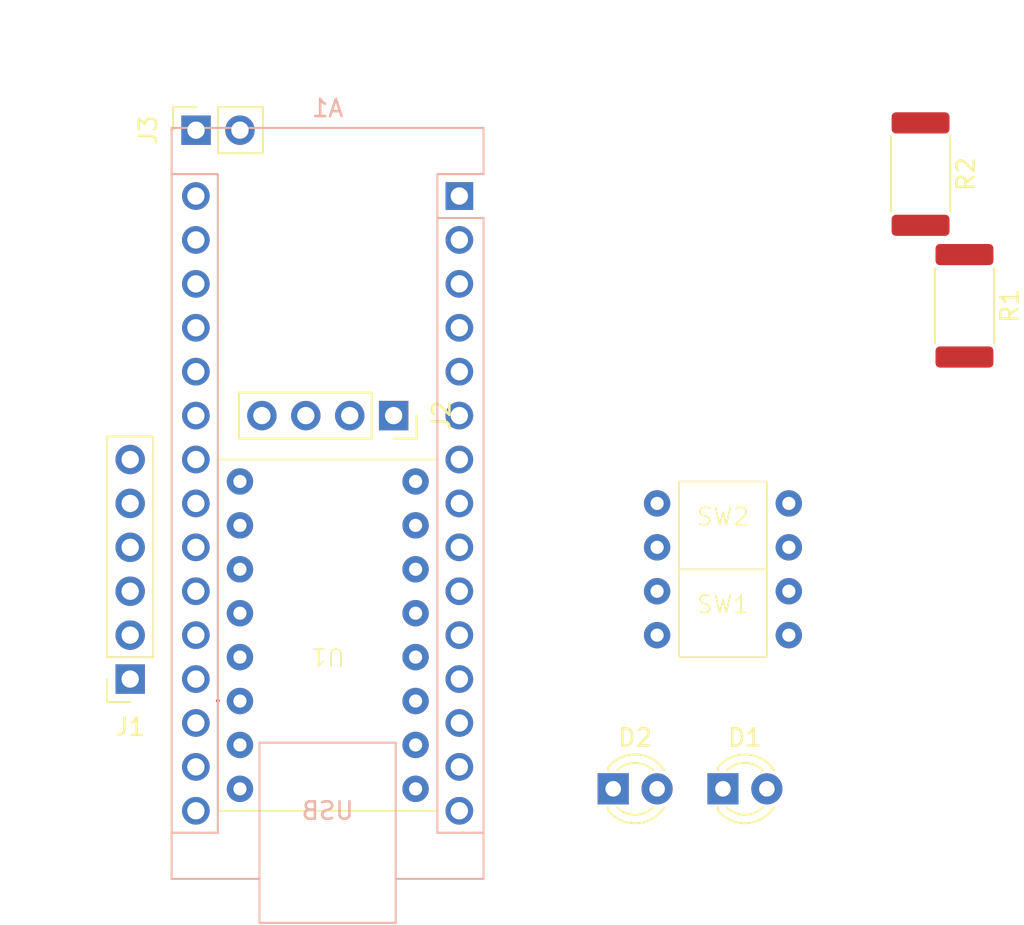
<source format=kicad_pcb>
(kicad_pcb (version 20240108) (generator "pcbnew") (generator_version "8.0")
  (layers (0 "F.Cu" signal) (1 "In1.Cu" signal) (2 "In2.Cu" signal) (31 "B.Cu" signal) (34 "B.Paste" user) (35 "F.Paste" user) (36 "B.SilkS" user "B.Silkscreen") (37 "F.SilkS" user "F.Silkscreen") (38 "B.Mask" user) (39 "F.Mask" user) (44 "Edge.Cuts" user))
  (net 0 "")
  (net 3 "IN1")
  (net 4 "SW1")
  (net 6 "GND")
  (net 7 "Net-(A1-D2)")
  (net 8 "IN2")
  (net 9 "Net-(A1-D4)")
  (net 10 "+5V")
  (net 11 "Net-(A1-A1)")
  (net 15 "Net-(A1-SCL{slash}A5)")
  (net 16 "SW2")
  (net 19 "IN3")
  (net 21 "IN4")
  (net 23 "Net-(A1-A0)")
  (net 24 "Net-(A1-A2)")
  (net 25 "VCC")
  (net 26 "Net-(A1-A3)")
  (net 29 "Net-(A1-SDA{slash}A4)")
  (net 30 "Net-(J2-Pin_3)")
  (net 31 "Net-(J2-Pin_1)")
  (net 32 "Net-(J2-Pin_4)")
  (net 33 "Net-(J2-Pin_2)")
  (footprint "自作:SW" (layer "F.Cu") (at 46.99 45.72)
    (property "Reference" "SW1" (at 0 -0.5 0) (layer "F.SilkS") (effects (font (thickness 0.1))))
    (property "Value" "SW_Push")
    (fp_rect (start -2.54 -2.54) (end 2.54 2.54) (stroke (width 0.1)) (fill none) (layer "F.SilkS"))
    (pad "1" thru_hole circle (at 3.81 -1.27) (size 1.524 1.524) (drill 0.762) (layers "*.Cu" "*.Mask") (net 4 "SW1"))
    (pad "2" thru_hole circle (at 3.81 1.27) (size 1.524 1.524) (drill 0.762) (layers "*.Cu" "*.Mask") (net 6 "GND"))
    (pad "3" thru_hole circle (at -3.81 -1.27) (size 1.524 1.524) (drill 0.762) (layers "*.Cu" "*.Mask"))
    (pad "4" thru_hole circle (at -3.81 1.27) (size 1.524 1.524) (drill 0.762) (layers "*.Cu" "*.Mask"))
  )
  (footprint "Resistor_SMD:R_2512_6332Metric" (layer "F.Cu") (at 58.42 20.32 -90)
    (property "Reference" "R2" (at 0 -2.62 90) (layer "F.SilkS"))
    (property "Value" "10k")
    (fp_line (start -2.177064 1.71) (end 2.177064 1.71) (stroke (width 0.12)) (layer "F.SilkS"))
    (fp_line (start -2.177064 -1.71) (end 2.177064 -1.71) (stroke (width 0.12)) (layer "F.SilkS"))
    (pad "1" smd roundrect (at -2.9625 0 270) (size 1.225 3.35) (layers "F.Cu" "F.Paste" "F.Mask") (roundrect_rratio 0.204082) (net 10 "+5V"))
    (pad "2" smd roundrect (at 2.9625 0 270) (size 1.225 3.35) (layers "F.Cu" "F.Paste" "F.Mask") (roundrect_rratio 0.204082) (net 16 "SW2"))
  )
  (footprint "自作:TC78H6353FTG" (layer "F.Cu") (at 24.13 46.99 180)
    (property "Reference" "U1" (at 0 -1.27 180) (layer "F.SilkS") (effects (font (thickness 0.1))))
    (property "Value" "~")
    (fp_rect (start -6.35 -10.16) (end 6.35 10.16) (stroke (width 0.1)) (fill none) (layer "F.SilkS"))
    (pad "1" thru_hole circle (at -5.08 -8.89 180) (size 1.524 1.524) (drill 0.762) (layers "*.Cu" "*.Mask") (net 6 "GND"))
    (pad "2" thru_hole circle (at -5.08 -6.35 180) (size 1.524 1.524) (drill 0.762) (layers "*.Cu" "*.Mask") (net 6 "GND"))
    (pad "3" thru_hole circle (at -5.08 -3.81 180) (size 1.524 1.524) (drill 0.762) (layers "*.Cu" "*.Mask") (net 10 "+5V"))
    (pad "4" thru_hole circle (at -5.08 -1.27 180) (size 1.524 1.524) (drill 0.762) (layers "*.Cu" "*.Mask") (net 21 "IN4"))
    (pad "5" thru_hole circle (at -5.08 1.27 180) (size 1.524 1.524) (drill 0.762) (layers "*.Cu" "*.Mask") (net 19 "IN3"))
    (pad "6" thru_hole circle (at -5.08 3.81 180) (size 1.524 1.524) (drill 0.762) (layers "*.Cu" "*.Mask") (net 8 "IN2"))
    (pad "7" thru_hole circle (at -5.08 6.35 180) (size 1.524 1.524) (drill 0.762) (layers "*.Cu" "*.Mask") (net 3 "IN1"))
    (pad "8" thru_hole circle (at -5.08 8.89 180) (size 1.524 1.524) (drill 0.762) (layers "*.Cu" "*.Mask") (net 6 "GND"))
    (pad "9" thru_hole circle (at 5.08 8.89 180) (size 1.524 1.524) (drill 0.762) (layers "*.Cu" "*.Mask"))
    (pad "10" thru_hole circle (at 5.08 6.35 180) (size 1.524 1.524) (drill 0.762) (layers "*.Cu" "*.Mask"))
    (pad "11" thru_hole circle (at 5.08 3.81 180) (size 1.524 1.524) (drill 0.762) (layers "*.Cu" "*.Mask") (net 32 "Net-(J2-Pin_4)"))
    (pad "12" thru_hole circle (at 5.08 1.27 180) (size 1.524 1.524) (drill 0.762) (layers "*.Cu" "*.Mask") (net 30 "Net-(J2-Pin_3)"))
    (pad "13" thru_hole circle (at 5.08 -1.27 180) (size 1.524 1.524) (drill 0.762) (layers "*.Cu" "*.Mask") (net 33 "Net-(J2-Pin_2)"))
    (pad "14" thru_hole circle (at 5.08 -3.81 180) (size 1.524 1.524) (drill 0.762) (layers "*.Cu" "*.Mask") (net 31 "Net-(J2-Pin_1)"))
    (pad "15" thru_hole circle (at 5.08 -6.35 180) (size 1.524 1.524) (drill 0.762) (layers "*.Cu" "*.Mask") (net 25 "VCC"))
    (pad "16" thru_hole circle (at 5.08 -8.89 180) (size 1.524 1.524) (drill 0.762) (layers "*.Cu" "*.Mask") (net 25 "VCC"))
  )
  (footprint "LED_THT:LED_D3.0mm" (layer "F.Cu") (at 40.64 55.88)
    (property "Reference" "D2" (at 1.27 -2.96 0) (layer "F.SilkS"))
    (property "Value" "LED")
    (fp_line (start -0.29 -1.236) (end -0.29 -1.08) (stroke (width 0.12)) (layer "F.SilkS"))
    (fp_line (start -0.29 1.08) (end -0.29 1.236) (stroke (width 0.12)) (layer "F.SilkS"))
    (fp_arc (start -0.29 -1.235516) (mid 1.366487 -1.987659) (end 2.942335 -1.078608) (stroke (width 0.12)) (layer "F.SilkS"))
    (fp_arc (start 0.229039 -1.08) (mid 1.270117 -1.5) (end 2.31113 -1.079837) (stroke (width 0.12)) (layer "F.SilkS"))
    (fp_arc (start 2.31113 1.079837) (mid 1.270117 1.5) (end 0.229039 1.08) (stroke (width 0.12)) (layer "F.SilkS"))
    (fp_arc (start 2.942335 1.078608) (mid 1.366487 1.987659) (end -0.29 1.235516) (stroke (width 0.12)) (layer "F.SilkS"))
    (pad "1" thru_hole rect (at 0 0) (size 1.8 1.8) (drill 0.9) (layers "*.Cu" "*.Mask") (net 6 "GND"))
    (pad "2" thru_hole circle (at 2.54 0) (size 1.8 1.8) (drill 0.9) (layers "*.Cu" "*.Mask") (net 9 "Net-(A1-D4)"))
  )
  (footprint "自作:SW" (layer "F.Cu") (at 46.99 40.64)
    (property "Reference" "SW2" (at 0 -0.5 0) (layer "F.SilkS") (effects (font (thickness 0.1))))
    (property "Value" "SW_Push")
    (fp_rect (start -2.54 -2.54) (end 2.54 2.54) (stroke (width 0.1)) (fill none) (layer "F.SilkS"))
    (pad "1" thru_hole circle (at 3.81 -1.27) (size 1.524 1.524) (drill 0.762) (layers "*.Cu" "*.Mask") (net 16 "SW2"))
    (pad "2" thru_hole circle (at 3.81 1.27) (size 1.524 1.524) (drill 0.762) (layers "*.Cu" "*.Mask") (net 6 "GND"))
    (pad "3" thru_hole circle (at -3.81 -1.27) (size 1.524 1.524) (drill 0.762) (layers "*.Cu" "*.Mask"))
    (pad "4" thru_hole circle (at -3.81 1.27) (size 1.524 1.524) (drill 0.762) (layers "*.Cu" "*.Mask"))
  )
  (footprint "Connector_PinSocket_2.54mm:PinSocket_1x02_P2.54mm_Vertical" (layer "F.Cu") (at 16.51 17.78 90)
    (property "Reference" "J3" (at 0 -2.77 90) (layer "F.SilkS"))
    (property "Value" "Conn_01x02_Socket")
    (fp_line (start 1.33 -1.33) (end 1.33 0) (stroke (width 0.12)) (layer "F.SilkS"))
    (fp_line (start 0 -1.33) (end 1.33 -1.33) (stroke (width 0.12)) (layer "F.SilkS"))
    (fp_line (start 1.33 1.27) (end 1.33 3.87) (stroke (width 0.12)) (layer "F.SilkS"))
    (fp_line (start -1.33 1.27) (end 1.33 1.27) (stroke (width 0.12)) (layer "F.SilkS"))
    (fp_line (start -1.33 1.27) (end -1.33 3.87) (stroke (width 0.12)) (layer "F.SilkS"))
    (fp_line (start -1.33 3.87) (end 1.33 3.87) (stroke (width 0.12)) (layer "F.SilkS"))
    (pad "1" thru_hole rect (at 0 0 90) (size 1.7 1.7) (drill 1) (layers "*.Cu" "*.Mask") (net 25 "VCC"))
    (pad "2" thru_hole oval (at 0 2.54 90) (size 1.7 1.7) (drill 1) (layers "*.Cu" "*.Mask") (net 6 "GND"))
  )
  (footprint "Connector_PinSocket_2.54mm:PinSocket_1x04_P2.54mm_Vertical" (layer "F.Cu") (at 27.94 34.29 -90)
    (property "Reference" "J2" (at 0 -2.77 90) (layer "F.SilkS"))
    (property "Value" "Conn_01x04_Socket")
    (fp_line (start -1.33 8.95) (end 1.33 8.95) (stroke (width 0.12)) (layer "F.SilkS"))
    (fp_line (start -1.33 1.27) (end -1.33 8.95) (stroke (width 0.12)) (layer "F.SilkS"))
    (fp_line (start -1.33 1.27) (end 1.33 1.27) (stroke (width 0.12)) (layer "F.SilkS"))
    (fp_line (start 1.33 1.27) (end 1.33 8.95) (stroke (width 0.12)) (layer "F.SilkS"))
    (fp_line (start 0 -1.33) (end 1.33 -1.33) (stroke (width 0.12)) (layer "F.SilkS"))
    (fp_line (start 1.33 -1.33) (end 1.33 0) (stroke (width 0.12)) (layer "F.SilkS"))
    (pad "1" thru_hole rect (at 0 0 270) (size 1.7 1.7) (drill 1) (layers "*.Cu" "*.Mask") (net 31 "Net-(J2-Pin_1)"))
    (pad "2" thru_hole oval (at 0 2.54 270) (size 1.7 1.7) (drill 1) (layers "*.Cu" "*.Mask") (net 33 "Net-(J2-Pin_2)"))
    (pad "3" thru_hole oval (at 0 5.08 270) (size 1.7 1.7) (drill 1) (layers "*.Cu" "*.Mask") (net 30 "Net-(J2-Pin_3)"))
    (pad "4" thru_hole oval (at 0 7.62 270) (size 1.7 1.7) (drill 1) (layers "*.Cu" "*.Mask") (net 32 "Net-(J2-Pin_4)"))
  )
  (footprint "Resistor_SMD:R_2512_6332Metric" (layer "F.Cu") (at 60.96 27.94 -90)
    (property "Reference" "R1" (at 0 -2.62 90) (layer "F.SilkS"))
    (property "Value" "10k")
    (fp_line (start -2.177064 1.71) (end 2.177064 1.71) (stroke (width 0.12)) (layer "F.SilkS"))
    (fp_line (start -2.177064 -1.71) (end 2.177064 -1.71) (stroke (width 0.12)) (layer "F.SilkS"))
    (pad "1" smd roundrect (at -2.9625 0 270) (size 1.225 3.35) (layers "F.Cu" "F.Paste" "F.Mask") (roundrect_rratio 0.204082) (net 10 "+5V"))
    (pad "2" smd roundrect (at 2.9625 0 270) (size 1.225 3.35) (layers "F.Cu" "F.Paste" "F.Mask") (roundrect_rratio 0.204082) (net 4 "SW1"))
  )
  (footprint "LED_THT:LED_D3.0mm" (layer "F.Cu") (at 46.99 55.88)
    (property "Reference" "D1" (at 1.27 -2.96 0) (layer "F.SilkS"))
    (property "Value" "LED")
    (fp_line (start -0.29 -1.236) (end -0.29 -1.08) (stroke (width 0.12)) (layer "F.SilkS"))
    (fp_line (start -0.29 1.08) (end -0.29 1.236) (stroke (width 0.12)) (layer "F.SilkS"))
    (fp_arc (start -0.29 -1.235516) (mid 1.366487 -1.987659) (end 2.942335 -1.078608) (stroke (width 0.12)) (layer "F.SilkS"))
    (fp_arc (start 0.229039 -1.08) (mid 1.270117 -1.5) (end 2.31113 -1.079837) (stroke (width 0.12)) (layer "F.SilkS"))
    (fp_arc (start 2.31113 1.079837) (mid 1.270117 1.5) (end 0.229039 1.08) (stroke (width 0.12)) (layer "F.SilkS"))
    (fp_arc (start 2.942335 1.078608) (mid 1.366487 1.987659) (end -0.29 1.235516) (stroke (width 0.12)) (layer "F.SilkS"))
    (pad "1" thru_hole rect (at 0 0) (size 1.8 1.8) (drill 0.9) (layers "*.Cu" "*.Mask") (net 6 "GND"))
    (pad "2" thru_hole circle (at 2.54 0) (size 1.8 1.8) (drill 0.9) (layers "*.Cu" "*.Mask") (net 7 "Net-(A1-D2)"))
  )
  (footprint "Connector_PinSocket_2.54mm:PinSocket_1x06_P2.54mm_Vertical" (layer "F.Cu") (at 12.7 49.53 180)
    (property "Reference" "J1" (at 0 -2.77 0) (layer "F.SilkS"))
    (property "Value" "Conn_01x06_Socket")
    (fp_line (start 1.33 1.27) (end 1.33 14.03) (stroke (width 0.12)) (layer "F.SilkS"))
    (fp_line (start 1.33 -1.33) (end 1.33 0) (stroke (width 0.12)) (layer "F.SilkS"))
    (fp_line (start 0 -1.33) (end 1.33 -1.33) (stroke (width 0.12)) (layer "F.SilkS"))
    (fp_line (start -1.33 14.03) (end 1.33 14.03) (stroke (width 0.12)) (layer "F.SilkS"))
    (fp_line (start -1.33 1.27) (end 1.33 1.27) (stroke (width 0.12)) (layer "F.SilkS"))
    (fp_line (start -1.33 1.27) (end -1.33 14.03) (stroke (width 0.12)) (layer "F.SilkS"))
    (pad "1" thru_hole rect (at 0 0 180) (size 1.7 1.7) (drill 1) (layers "*.Cu" "*.Mask") (net 23 "Net-(A1-A0)"))
    (pad "2" thru_hole oval (at 0 2.54 180) (size 1.7 1.7) (drill 1) (layers "*.Cu" "*.Mask") (net 11 "Net-(A1-A1)"))
    (pad "3" thru_hole oval (at 0 5.08 180) (size 1.7 1.7) (drill 1) (layers "*.Cu" "*.Mask") (net 24 "Net-(A1-A2)"))
    (pad "4" thru_hole oval (at 0 7.62 180) (size 1.7 1.7) (drill 1) (layers "*.Cu" "*.Mask") (net 26 "Net-(A1-A3)"))
    (pad "5" thru_hole oval (at 0 10.16 180) (size 1.7 1.7) (drill 1) (layers "*.Cu" "*.Mask") (net 29 "Net-(A1-SDA{slash}A4)"))
    (pad "6" thru_hole oval (at 0 12.7 180) (size 1.7 1.7) (drill 1) (layers "*.Cu" "*.Mask") (net 15 "Net-(A1-SCL{slash}A5)"))
  )
  (footprint "Module:Arduino_Nano" (layer "B.Cu") (at 31.74 21.59 180)
    (property "Reference" "A1" (at 7.62 5.08 0) (layer "B.SilkS") (effects (justify mirror)))
    (property "Value" "Arduino_Nano_Every")
    (fp_line (start 16.64 3.94) (end 16.64 -39.5) (stroke (width 0.12)) (layer "B.SilkS"))
    (fp_line (start 16.64 1.27) (end 13.97 1.27) (stroke (width 0.12)) (layer "B.SilkS"))
    (fp_line (start 16.64 -36.83) (end 13.97 -36.83) (stroke (width 0.12)) (layer "B.SilkS"))
    (fp_line (start 13.97 -36.83) (end 13.97 1.27) (stroke (width 0.12)) (layer "B.SilkS"))
    (fp_line (start 11.56 -31.62) (end 3.68 -31.62) (stroke (width 0.12)) (layer "B.SilkS"))
    (fp_line (start 11.56 -39.5) (end 16.64 -39.5) (stroke (width 0.12)) (layer "B.SilkS"))
    (fp_line (start 11.56 -42.04) (end 11.56 -31.62) (stroke (width 0.12)) (layer "B.SilkS"))
    (fp_line (start 3.68 -31.62) (end 3.68 -42.04) (stroke (width 0.12)) (layer "B.SilkS"))
    (fp_line (start 3.68 -39.5) (end -1.4 -39.5) (stroke (width 0.12)) (layer "B.SilkS"))
    (fp_line (start 3.68 -42.04) (end 11.56 -42.04) (stroke (width 0.12)) (layer "B.SilkS"))
    (fp_line (start 1.27 1.27) (end 1.27 -1.27) (stroke (width 0.12)) (layer "B.SilkS"))
    (fp_line (start 1.27 -36.83) (end 1.27 -1.27) (stroke (width 0.12)) (layer "B.SilkS"))
    (fp_line (start -1.4 3.94) (end 16.64 3.94) (stroke (width 0.12)) (layer "B.SilkS"))
    (fp_line (start -1.4 1.27) (end 1.27 1.27) (stroke (width 0.12)) (layer "B.SilkS"))
    (fp_line (start -1.4 1.27) (end -1.4 3.94) (stroke (width 0.12)) (layer "B.SilkS"))
    (fp_line (start -1.4 -1.27) (end 1.27 -1.27) (stroke (width 0.12)) (layer "B.SilkS"))
    (fp_line (start -1.4 -36.83) (end 1.27 -36.83) (stroke (width 0.12)) (layer "B.SilkS"))
    (fp_line (start -1.4 -39.5) (end -1.4 -1.27) (stroke (width 0.12)) (layer "B.SilkS"))
    (fp_text user "USB" (at 7.62 -35.56 0) (layer "B.SilkS") (effects (justify mirror)))
    (pad "1" thru_hole rect (at 0 0 180) (size 1.6 1.6) (drill 1) (layers "*.Cu" "*.Mask"))
    (pad "2" thru_hole oval (at 0 -2.54 180) (size 1.6 1.6) (drill 1) (layers "*.Cu" "*.Mask"))
    (pad "3" thru_hole oval (at 0 -5.08 180) (size 1.6 1.6) (drill 1) (layers "*.Cu" "*.Mask"))
    (pad "4" thru_hole oval (at 0 -7.62 180) (size 1.6 1.6) (drill 1) (layers "*.Cu" "*.Mask") (net 6 "GND"))
    (pad "5" thru_hole oval (at 0 -10.16 180) (size 1.6 1.6) (drill 1) (layers "*.Cu" "*.Mask") (net 7 "Net-(A1-D2)"))
    (pad "6" thru_hole oval (at 0 -12.7 180) (size 1.6 1.6) (drill 1) (layers "*.Cu" "*.Mask"))
    (pad "7" thru_hole oval (at 0 -15.24 180) (size 1.6 1.6) (drill 1) (layers "*.Cu" "*.Mask") (net 9 "Net-(A1-D4)"))
    (pad "8" thru_hole oval (at 0 -17.78 180) (size 1.6 1.6) (drill 1) (layers "*.Cu" "*.Mask") (net 3 "IN1"))
    (pad "9" thru_hole oval (at 0 -20.32 180) (size 1.6 1.6) (drill 1) (layers "*.Cu" "*.Mask") (net 8 "IN2"))
    (pad "10" thru_hole oval (at 0 -22.86 180) (size 1.6 1.6) (drill 1) (layers "*.Cu" "*.Mask"))
    (pad "11" thru_hole oval (at 0 -25.4 180) (size 1.6 1.6) (drill 1) (layers "*.Cu" "*.Mask"))
    (pad "12" thru_hole oval (at 0 -27.94 180) (size 1.6 1.6) (drill 1) (layers "*.Cu" "*.Mask") (net 19 "IN3"))
    (pad "13" thru_hole oval (at 0 -30.48 180) (size 1.6 1.6) (drill 1) (layers "*.Cu" "*.Mask") (net 21 "IN4"))
    (pad "14" thru_hole oval (at 0 -33.02 180) (size 1.6 1.6) (drill 1) (layers "*.Cu" "*.Mask"))
    (pad "15" thru_hole oval (at 0 -35.56 180) (size 1.6 1.6) (drill 1) (layers "*.Cu" "*.Mask"))
    (pad "16" thru_hole oval (at 15.24 -35.56 180) (size 1.6 1.6) (drill 1) (layers "*.Cu" "*.Mask"))
    (pad "17" thru_hole oval (at 15.24 -33.02 180) (size 1.6 1.6) (drill 1) (layers "*.Cu" "*.Mask"))
    (pad "18" thru_hole oval (at 15.24 -30.48 180) (size 1.6 1.6) (drill 1) (layers "*.Cu" "*.Mask"))
    (pad "19" thru_hole oval (at 15.24 -27.94 180) (size 1.6 1.6) (drill 1) (layers "*.Cu" "*.Mask") (net 23 "Net-(A1-A0)"))
    (pad "20" thru_hole oval (at 15.24 -25.4 180) (size 1.6 1.6) (drill 1) (layers "*.Cu" "*.Mask") (net 11 "Net-(A1-A1)"))
    (pad "21" thru_hole oval (at 15.24 -22.86 180) (size 1.6 1.6) (drill 1) (layers "*.Cu" "*.Mask") (net 24 "Net-(A1-A2)"))
    (pad "22" thru_hole oval (at 15.24 -20.32 180) (size 1.6 1.6) (drill 1) (layers "*.Cu" "*.Mask") (net 26 "Net-(A1-A3)"))
    (pad "23" thru_hole oval (at 15.24 -17.78 180) (size 1.6 1.6) (drill 1) (layers "*.Cu" "*.Mask") (net 29 "Net-(A1-SDA{slash}A4)"))
    (pad "24" thru_hole oval (at 15.24 -15.24 180) (size 1.6 1.6) (drill 1) (layers "*.Cu" "*.Mask") (net 15 "Net-(A1-SCL{slash}A5)"))
    (pad "25" thru_hole oval (at 15.24 -12.7 180) (size 1.6 1.6) (drill 1) (layers "*.Cu" "*.Mask") (net 4 "SW1"))
    (pad "26" thru_hole oval (at 15.24 -10.16 180) (size 1.6 1.6) (drill 1) (layers "*.Cu" "*.Mask") (net 16 "SW2"))
    (pad "27" thru_hole oval (at 15.24 -7.62 180) (size 1.6 1.6) (drill 1) (layers "*.Cu" "*.Mask") (net 10 "+5V"))
    (pad "28" thru_hole oval (at 15.24 -5.08 180) (size 1.6 1.6) (drill 1) (layers "*.Cu" "*.Mask"))
    (pad "29" thru_hole oval (at 15.24 -2.54 180) (size 1.6 1.6) (drill 1) (layers "*.Cu" "*.Mask") (net 6 "GND"))
    (pad "30" thru_hole oval (at 15.24 0 180) (size 1.6 1.6) (drill 1) (layers "*.Cu" "*.Mask") (net 25 "VCC"))
  )
  (segment (start 17.76 50.79) (end 17.78 50.79) (width 0.2) (layer "F.Cu") (net 23))
)
</source>
